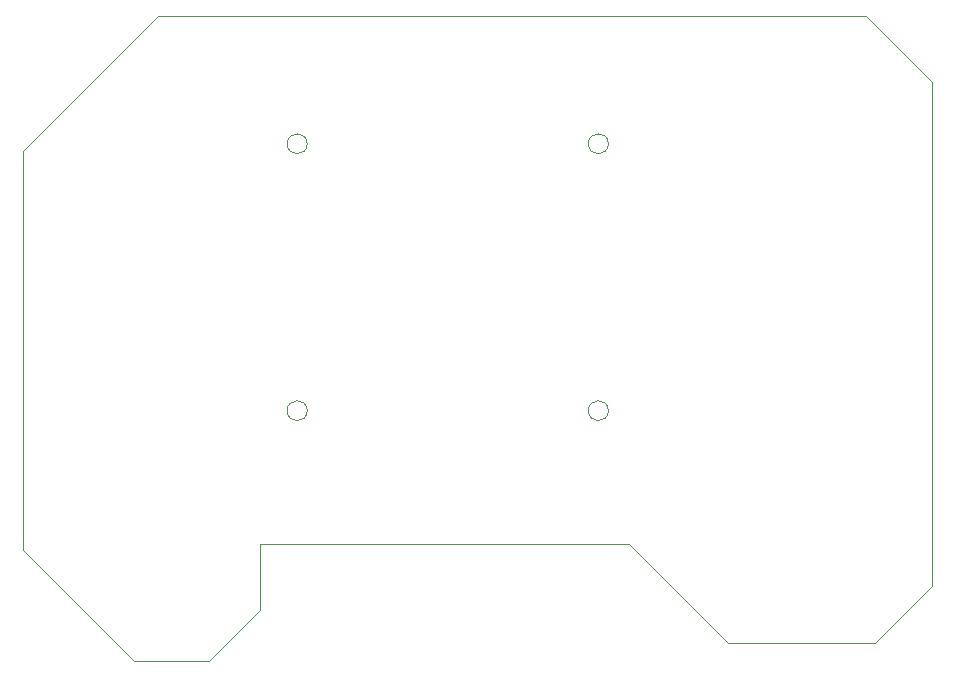
<source format=gbr>
%TF.GenerationSoftware,KiCad,Pcbnew,(7.99.0-200-gad838e3d73)*%
%TF.CreationDate,2024-03-07T11:40:56+07:00*%
%TF.ProjectId,WMS_PCB2,574d535f-5043-4423-922e-6b696361645f,rev?*%
%TF.SameCoordinates,Original*%
%TF.FileFunction,Profile,NP*%
%FSLAX46Y46*%
G04 Gerber Fmt 4.6, Leading zero omitted, Abs format (unit mm)*
G04 Created by KiCad (PCBNEW (7.99.0-200-gad838e3d73)) date 2024-03-07 11:40:56*
%MOMM*%
%LPD*%
G01*
G04 APERTURE LIST*
%TA.AperFunction,Profile*%
%ADD10C,0.100000*%
%TD*%
%TA.AperFunction,Profile*%
%ADD11C,0.050000*%
%TD*%
G04 APERTURE END LIST*
D10*
X179070000Y-74168000D02*
X189992000Y-63246000D01*
X190500000Y-62738000D02*
X189992000Y-63246000D01*
X199136000Y-107442000D02*
X230378000Y-107442000D01*
X179070000Y-74168000D02*
X179070000Y-107950000D01*
X194818000Y-117348000D02*
X199136000Y-113030000D01*
X179070000Y-107950000D02*
X188468000Y-117348000D01*
X230378000Y-107442000D02*
X238760000Y-115824000D01*
X250444000Y-62738000D02*
X191008000Y-62738000D01*
X199136000Y-113030000D02*
X199136000Y-107442000D01*
X256032000Y-68326000D02*
X250444000Y-62738000D01*
X238760000Y-115824000D02*
X251206000Y-115824000D01*
X256032000Y-110998000D02*
X256032000Y-68326000D01*
X251206000Y-115824000D02*
X256032000Y-110998000D01*
X191008000Y-62738000D02*
X190500000Y-62738000D01*
X188468000Y-117348000D02*
X194818000Y-117348000D01*
D11*
%TO.C,U7*%
X203106400Y-96136000D02*
G75*
G03*
X203106400Y-96136000I-850000J0D01*
G01*
X228606400Y-96136000D02*
G75*
G03*
X228606400Y-96136000I-850000J0D01*
G01*
X203106400Y-73536000D02*
G75*
G03*
X203106400Y-73536000I-850000J0D01*
G01*
X228606400Y-73536000D02*
G75*
G03*
X228606400Y-73536000I-850000J0D01*
G01*
%TD*%
M02*

</source>
